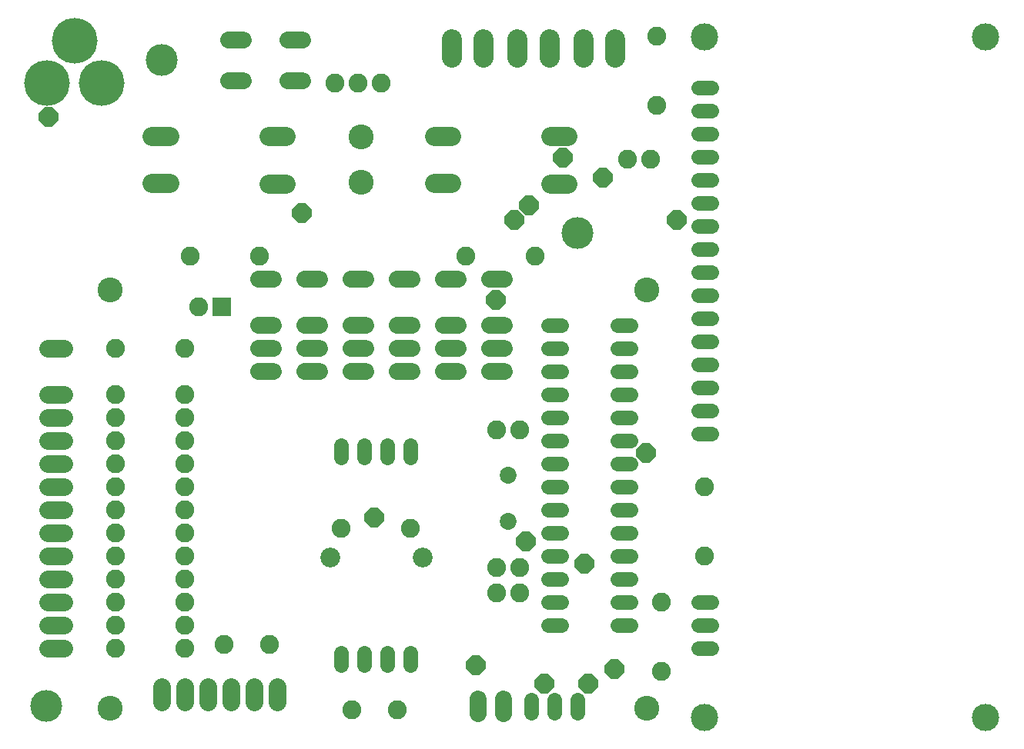
<source format=gts>
G75*
G70*
%OFA0B0*%
%FSLAX24Y24*%
%IPPOS*%
%LPD*%
%AMOC8*
5,1,8,0,0,1.08239X$1,22.5*
%
%ADD10C,0.0880*%
%ADD11C,0.0820*%
%ADD12C,0.0820*%
%ADD13C,0.0640*%
%ADD14C,0.0730*%
%ADD15C,0.0720*%
%ADD16C,0.0760*%
%ADD17C,0.0635*%
%ADD18C,0.1182*%
%ADD19C,0.1080*%
%ADD20C,0.1980*%
%ADD21R,0.0820X0.0820*%
%ADD22C,0.0860*%
%ADD23C,0.0780*%
%ADD24C,0.1380*%
%ADD25OC8,0.0840*%
D10*
X021056Y030759D02*
X021056Y031559D01*
X022434Y031559D02*
X022434Y030759D01*
X023906Y030759D02*
X023906Y031559D01*
X025284Y031559D02*
X025284Y030759D01*
X026756Y030759D02*
X026756Y031559D01*
X028134Y031559D02*
X028134Y030759D01*
D11*
X029931Y031702D03*
X029931Y028702D03*
X029663Y026370D03*
X028663Y026370D03*
X024643Y022159D03*
X021643Y022159D03*
X012718Y022159D03*
X009718Y022159D03*
X010092Y019970D03*
X009506Y018159D03*
X009506Y016159D03*
X009506Y015159D03*
X009506Y014159D03*
X009506Y013159D03*
X009506Y012159D03*
X009506Y011159D03*
X009506Y010159D03*
X009506Y009159D03*
X009506Y008159D03*
X009506Y007159D03*
X009506Y006159D03*
X009506Y005159D03*
X011193Y005344D03*
X013162Y005344D03*
X016738Y002512D03*
X018707Y002512D03*
X022987Y007559D03*
X023987Y007559D03*
X024006Y008660D03*
X023006Y008660D03*
X019243Y010363D03*
X016243Y010363D03*
X023006Y014631D03*
X024006Y014631D03*
X032006Y012159D03*
X032006Y009159D03*
X030112Y007159D03*
X030112Y004159D03*
X006506Y005159D03*
X006506Y006159D03*
X006506Y007159D03*
X006506Y008159D03*
X006506Y009159D03*
X006506Y010159D03*
X006506Y011159D03*
X006506Y012159D03*
X006506Y013159D03*
X006506Y014159D03*
X006506Y015159D03*
X006506Y016159D03*
X006506Y018159D03*
X016006Y029659D03*
X017006Y029659D03*
X018006Y029659D03*
D12*
X020280Y027364D02*
X021020Y027364D01*
X021020Y025348D02*
X020280Y025348D01*
X025332Y025308D02*
X026072Y025308D01*
X026072Y027364D02*
X025332Y027364D01*
X013866Y027364D02*
X013126Y027364D01*
X013126Y025308D02*
X013866Y025308D01*
X008814Y025348D02*
X008074Y025348D01*
X008074Y027364D02*
X008814Y027364D01*
D13*
X025226Y019159D02*
X025786Y019159D01*
X025786Y018159D02*
X025226Y018159D01*
X025226Y017159D02*
X025786Y017159D01*
X025786Y016159D02*
X025226Y016159D01*
X025226Y015159D02*
X025786Y015159D01*
X025786Y014159D02*
X025226Y014159D01*
X025226Y013159D02*
X025786Y013159D01*
X025786Y012159D02*
X025226Y012159D01*
X025226Y011159D02*
X025786Y011159D01*
X025786Y010159D02*
X025226Y010159D01*
X025226Y009159D02*
X025786Y009159D01*
X025786Y008159D02*
X025226Y008159D01*
X025226Y007159D02*
X025786Y007159D01*
X025786Y006159D02*
X025226Y006159D01*
X028226Y006159D02*
X028786Y006159D01*
X028786Y007159D02*
X028226Y007159D01*
X028226Y008159D02*
X028786Y008159D01*
X028786Y009159D02*
X028226Y009159D01*
X028226Y010159D02*
X028786Y010159D01*
X028786Y011159D02*
X028226Y011159D01*
X028226Y012159D02*
X028786Y012159D01*
X028786Y013159D02*
X028226Y013159D01*
X028226Y014159D02*
X028786Y014159D01*
X028786Y015159D02*
X028226Y015159D01*
X028226Y016159D02*
X028786Y016159D01*
X028786Y017159D02*
X028226Y017159D01*
X028226Y018159D02*
X028786Y018159D01*
X028786Y019159D02*
X028226Y019159D01*
X031726Y007159D02*
X032286Y007159D01*
X032286Y006159D02*
X031726Y006159D01*
X031726Y005159D02*
X032286Y005159D01*
X026506Y002939D02*
X026506Y002379D01*
X025506Y002379D02*
X025506Y002939D01*
X024506Y002939D02*
X024506Y002379D01*
D14*
X023506Y010659D03*
X023506Y012659D03*
D15*
X023326Y017159D02*
X022686Y017159D01*
X022686Y018159D02*
X023326Y018159D01*
X023326Y019159D02*
X022686Y019159D01*
X021326Y019159D02*
X020686Y019159D01*
X020686Y018159D02*
X021326Y018159D01*
X021326Y017159D02*
X020686Y017159D01*
X019326Y017159D02*
X018686Y017159D01*
X018686Y018159D02*
X019326Y018159D01*
X019326Y019159D02*
X018686Y019159D01*
X017326Y019159D02*
X016686Y019159D01*
X016686Y018159D02*
X017326Y018159D01*
X017326Y017159D02*
X016686Y017159D01*
X015326Y017159D02*
X014686Y017159D01*
X014686Y018159D02*
X015326Y018159D01*
X015326Y019159D02*
X014686Y019159D01*
X013326Y019159D02*
X012686Y019159D01*
X012686Y018159D02*
X013326Y018159D01*
X013326Y017159D02*
X012686Y017159D01*
X012686Y021159D02*
X013326Y021159D01*
X014686Y021159D02*
X015326Y021159D01*
X016686Y021159D02*
X017326Y021159D01*
X018686Y021159D02*
X019326Y021159D01*
X020686Y021159D02*
X021326Y021159D01*
X022686Y021159D02*
X023326Y021159D01*
X014589Y029760D02*
X013949Y029760D01*
X012029Y029760D02*
X011389Y029760D01*
X011389Y031540D02*
X012029Y031540D01*
X013949Y031540D02*
X014589Y031540D01*
X022206Y002979D02*
X022206Y002339D01*
X023306Y002339D02*
X023306Y002979D01*
D16*
X013506Y002819D02*
X013506Y003499D01*
X012506Y003499D02*
X012506Y002819D01*
X011506Y002819D02*
X011506Y003499D01*
X010506Y003499D02*
X010506Y002819D01*
X009506Y002819D02*
X009506Y003499D01*
X008506Y003499D02*
X008506Y002819D01*
X004253Y005159D02*
X003573Y005159D01*
X003573Y006159D02*
X004253Y006159D01*
X004253Y007159D02*
X003573Y007159D01*
X003573Y008159D02*
X004253Y008159D01*
X004253Y009159D02*
X003573Y009159D01*
X003573Y010159D02*
X004253Y010159D01*
X004253Y011159D02*
X003573Y011159D01*
X003573Y012159D02*
X004253Y012159D01*
X004253Y013159D02*
X003573Y013159D01*
X003573Y014159D02*
X004253Y014159D01*
X004253Y015159D02*
X003573Y015159D01*
X003573Y016159D02*
X004253Y016159D01*
X004253Y018159D02*
X003573Y018159D01*
D17*
X016256Y013974D02*
X016256Y013419D01*
X017256Y013419D02*
X017256Y013974D01*
X018256Y013974D02*
X018256Y013419D01*
X019256Y013419D02*
X019256Y013974D01*
X019256Y004974D02*
X019256Y004419D01*
X018256Y004419D02*
X018256Y004974D01*
X017256Y004974D02*
X017256Y004419D01*
X016256Y004419D02*
X016256Y004974D01*
X031728Y014470D02*
X032283Y014470D01*
X032283Y015470D02*
X031728Y015470D01*
X031728Y016470D02*
X032283Y016470D01*
X032283Y017470D02*
X031728Y017470D01*
X031728Y018470D02*
X032283Y018470D01*
X032283Y019470D02*
X031728Y019470D01*
X031728Y020470D02*
X032283Y020470D01*
X032283Y021470D02*
X031728Y021470D01*
X031728Y022470D02*
X032283Y022470D01*
X032283Y023470D02*
X031728Y023470D01*
X031728Y024470D02*
X032283Y024470D01*
X032283Y025470D02*
X031728Y025470D01*
X031728Y026470D02*
X032283Y026470D01*
X032283Y027470D02*
X031728Y027470D01*
X031728Y028470D02*
X032283Y028470D01*
X032283Y029470D02*
X031728Y029470D01*
D18*
X031998Y031659D03*
X044171Y031659D03*
X044171Y002163D03*
X031998Y002163D03*
D19*
X029506Y002559D03*
X006256Y002559D03*
X006256Y020709D03*
X017141Y025372D03*
X017141Y027340D03*
X029506Y020709D03*
D20*
X005899Y029659D03*
X003537Y029659D03*
X004718Y031509D03*
D21*
X011092Y019970D03*
D22*
X015778Y009109D03*
X019778Y009109D03*
D23*
X029488Y002553D03*
X006266Y002553D03*
X006266Y020687D03*
X029488Y020687D03*
D24*
X003506Y002659D03*
X026506Y023159D03*
X008506Y030659D03*
D25*
X003606Y028199D03*
X014566Y024039D03*
X022966Y020279D03*
X023766Y023719D03*
X024406Y024359D03*
X025846Y026439D03*
X027606Y025559D03*
X030806Y023719D03*
X029446Y013639D03*
X024246Y009799D03*
X026806Y008839D03*
X022086Y004439D03*
X025046Y003639D03*
X026966Y003639D03*
X028086Y004279D03*
X017686Y010839D03*
M02*

</source>
